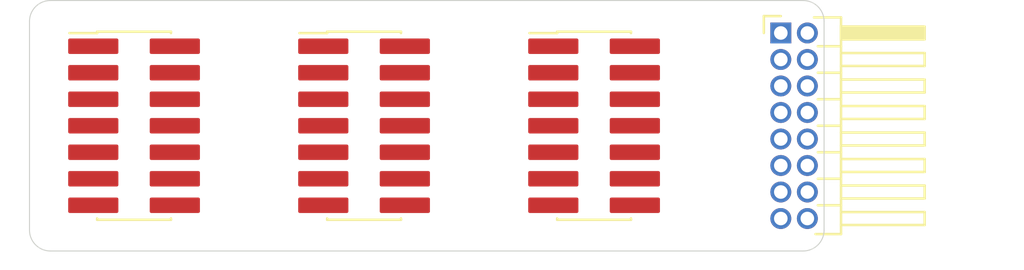
<source format=kicad_pcb>
(kicad_pcb (version 20241229) (generator "pcbnew") (generator_version "9.0")
  (layers (0 "F.Cu" signal) (2 "B.Cu" signal) (13 "F.Paste" user) (15 "B.Paste" user) (5 "F.SilkS" user "F.Silkscreen") (7 "B.SilkS" user "B.Silkscreen") (1 "F.Mask" user) (3 "B.Mask" user) (25 "Edge.Cuts" user))
  (net 0 "")
  (net 1 "GND")
  (net 3 "/~{RST}")
  (net 4 "+3V3")
  (net 10 "/CTRL.SWCLK")
  (net 12 "/CTRL.SWDIO")
  (net 13 "/KNOB.SWCLK")
  (net 15 "/KNOB.SWDIO")
  (net 19 "/KNOB.RX")
  (net 22 "/KEYS.SWDIO")
  (net 26 "/KEYS.SWCLK")
  (net 28 "/KEYS.RX")
  (net 31 "VBUS")
  (footprint "Connector_PinHeader_1.27mm:PinHeader_2x08_P1.27mm_Horizontal" (layer "F.Cu") (at 142.93 87.555)
    (property "Reference" "J501" (hide yes))
    (property "Value" "Conn_02x08_Odd_Even")
    (fp_line (start -0.81 -0.81) (end 0 -0.81) (stroke (width 0.12)) (layer "F.SilkS"))
    (fp_line (start -0.81 0) (end -0.81 -0.81) (stroke (width 0.12)) (layer "F.SilkS"))
    (fp_line (start 1.587923 -0.745) (end 2.88 -0.745) (stroke (width 0.12)) (layer "F.SilkS"))
    (fp_line (start 1.772867 0.635) (end 2.88 0.635) (stroke (width 0.12)) (layer "F.SilkS"))
    (fp_line (start 1.772867 1.905) (end 2.88 1.905) (stroke (width 0.12)) (layer "F.SilkS"))
    (fp_line (start 1.772867 3.175) (end 2.88 3.175) (stroke (width 0.12)) (layer "F.SilkS"))
    (fp_line (start 1.772867 4.445) (end 2.88 4.445) (stroke (width 0.12)) (layer "F.SilkS"))
    (fp_line (start 1.772867 5.715) (end 2.88 5.715) (stroke (width 0.12)) (layer "F.SilkS"))
    (fp_line (start 1.772867 6.985) (end 2.88 6.985) (stroke (width 0.12)) (layer "F.SilkS"))
    (fp_line (start 1.772867 8.255) (end 2.88 8.255) (stroke (width 0.12)) (layer "F.SilkS"))
    (fp_line (start 2.88 -0.745) (end 2.88 9.635) (stroke (width 0.12)) (layer "F.SilkS"))
    (fp_line (start 2.88 0.96) (end 6.88 0.96) (stroke (width 0.12)) (layer "F.SilkS"))
    (fp_line (start 2.88 2.23) (end 6.88 2.23) (stroke (width 0.12)) (layer "F.SilkS"))
    (fp_line (start 2.88 3.5) (end 6.88 3.5) (stroke (width 0.12)) (layer "F.SilkS"))
    (fp_line (start 2.88 4.77) (end 6.88 4.77) (stroke (width 0.12)) (layer "F.SilkS"))
    (fp_line (start 2.88 6.04) (end 6.88 6.04) (stroke (width 0.12)) (layer "F.SilkS"))
    (fp_line (start 2.88 7.31) (end 6.88 7.31) (stroke (width 0.12)) (layer "F.SilkS"))
    (fp_line (start 2.88 8.58) (end 6.88 8.58) (stroke (width 0.12)) (layer "F.SilkS"))
    (fp_line (start 2.88 9.635) (end 1.66 9.635) (stroke (width 0.12)) (layer "F.SilkS"))
    (fp_line (start 6.88 0.96) (end 6.88 1.58) (stroke (width 0.12)) (layer "F.SilkS"))
    (fp_line (start 6.88 1.58) (end 2.88 1.58) (stroke (width 0.12)) (layer "F.SilkS"))
    (fp_line (start 6.88 2.23) (end 6.88 2.85) (stroke (width 0.12)) (layer "F.SilkS"))
    (fp_line (start 6.88 2.85) (end 2.88 2.85) (stroke (width 0.12)) (layer "F.SilkS"))
    (fp_line (start 6.88 3.5) (end 6.88 4.12) (stroke (width 0.12)) (layer "F.SilkS"))
    (fp_line (start 6.88 4.12) (end 2.88 4.12) (stroke (width 0.12)) (layer "F.SilkS"))
    (fp_line (start 6.88 4.77) (end 6.88 5.39) (stroke (width 0.12)) (layer "F.SilkS"))
    (fp_line (start 6.88 5.39) (end 2.88 5.39) (stroke (width 0.12)) (layer "F.SilkS"))
    (fp_line (start 6.88 6.04) (end 6.88 6.66) (stroke (width 0.12)) (layer "F.SilkS"))
    (fp_line (start 6.88 6.66) (end 2.88 6.66) (stroke (width 0.12)) (layer "F.SilkS"))
    (fp_line (start 6.88 7.31) (end 6.88 7.93) (stroke (width 0.12)) (layer "F.SilkS"))
    (fp_line (start 6.88 7.93) (end 2.88 7.93) (stroke (width 0.12)) (layer "F.SilkS"))
    (fp_line (start 6.88 8.58) (end 6.88 9.2) (stroke (width 0.12)) (layer "F.SilkS"))
    (fp_line (start 6.88 9.2) (end 2.88 9.2) (stroke (width 0.12)) (layer "F.SilkS"))
    (fp_rect (start 2.88 -0.31) (end 6.88 0.31) (stroke (width 0.12)) (fill yes) (layer "F.SilkS"))
    (pad "1" thru_hole rect (at 0 0) (size 1 1) (drill 0.65) (layers "*.Cu" "*.Mask") (net 10 "/CTRL.SWCLK"))
    (pad "2" thru_hole circle (at 1.27 0) (size 1 1) (drill 0.65) (layers "*.Cu" "*.Mask") (net 12 "/CTRL.SWDIO"))
    (pad "3" thru_hole circle (at 0 1.27) (size 1 1) (drill 0.65) (layers "*.Cu" "*.Mask") (net 1 "GND"))
    (pad "4" thru_hole circle (at 1.27 1.27) (size 1 1) (drill 0.65) (layers "*.Cu" "*.Mask") (net 1 "GND"))
    (pad "5" thru_hole circle (at 0 2.54) (size 1 1) (drill 0.65) (layers "*.Cu" "*.Mask") (net 13 "/KNOB.SWCLK"))
    (pad "6" thru_hole circle (at 1.27 2.54) (size 1 1) (drill 0.65) (layers "*.Cu" "*.Mask") (net 15 "/KNOB.SWDIO"))
    (pad "7" thru_hole circle (at 0 3.81) (size 1 1) (drill 0.65) (layers "*.Cu" "*.Mask") (net 1 "GND"))
    (pad "8" thru_hole circle (at 1.27 3.81) (size 1 1) (drill 0.65) (layers "*.Cu" "*.Mask") (net 19 "/KNOB.RX"))
    (pad "9" thru_hole circle (at 0 5.08) (size 1 1) (drill 0.65) (layers "*.Cu" "*.Mask") (net 26 "/KEYS.SWCLK"))
    (pad "10" thru_hole circle (at 1.27 5.08) (size 1 1) (drill 0.65) (layers "*.Cu" "*.Mask") (net 22 "/KEYS.SWDIO"))
    (pad "11" thru_hole circle (at 0 6.35) (size 1 1) (drill 0.65) (layers "*.Cu" "*.Mask") (net 1 "GND"))
    (pad "12" thru_hole circle (at 1.27 6.35) (size 1 1) (drill 0.65) (layers "*.Cu" "*.Mask") (net 28 "/KEYS.RX"))
    (pad "13" thru_hole circle (at 0 7.62) (size 1 1) (drill 0.65) (layers "*.Cu" "*.Mask") (net 3 "/~{RST}"))
    (pad "14" thru_hole circle (at 1.27 7.62) (size 1 1) (drill 0.65) (layers "*.Cu" "*.Mask") (net 1 "GND"))
    (pad "15" thru_hole circle (at 0 8.89) (size 1 1) (drill 0.65) (layers "*.Cu" "*.Mask") (net 4 "+3V3"))
    (pad "16" thru_hole circle (at 1.27 8.89) (size 1 1) (drill 0.65) (layers "*.Cu" "*.Mask") (net 31 "VBUS"))
  )
  (footprint "project_footprints:STDC14" (layer "F.Cu") (at 112 92)
    (property "Reference" "J101" (hide yes))
    (property "Value" "Conn_ST_STDC14")
    (fp_line (start -3.09 -4.44) (end -1.765 -4.44) (stroke (width 0.12)) (layer "F.SilkS"))
    (fp_line (start -1.765 -4.505) (end -1.765 -4.44) (stroke (width 0.12)) (layer "F.SilkS"))
    (fp_line (start -1.765 -4.505) (end 1.765 -4.505) (stroke (width 0.12)) (layer "F.SilkS"))
    (fp_line (start -1.765 4.44) (end -1.765 4.505) (stroke (width 0.12)) (layer "F.SilkS"))
    (fp_line (start -1.765 4.505) (end 1.765 4.505) (stroke (width 0.12)) (layer "F.SilkS"))
    (fp_line (start 1.765 -4.505) (end 1.765 -4.44) (stroke (width 0.12)) (layer "F.SilkS"))
    (fp_line (start 1.765 4.44) (end 1.765 4.505) (stroke (width 0.12)) (layer "F.SilkS"))
    (pad "1" smd roundrect (at -1.95 -3.81) (size 2.4 0.74) (layers "F.Cu" "F.Mask" "F.Paste") (roundrect_rratio 0.1))
    (pad "2" smd roundrect (at 1.95 -3.81) (size 2.4 0.74) (layers "F.Cu" "F.Mask" "F.Paste") (roundrect_rratio 0.1))
    (pad "3" smd roundrect (at -1.95 -2.54) (size 2.4 0.74) (layers "F.Cu" "F.Mask" "F.Paste") (roundrect_rratio 0.1) (net 4 "+3V3"))
    (pad "4" smd roundrect (at 1.95 -2.54) (size 2.4 0.74) (layers "F.Cu" "F.Mask" "F.Paste") (roundrect_rratio 0.1) (net 12 "/CTRL.SWDIO"))
    (pad "5" smd roundrect (at -1.95 -1.27) (size 2.4 0.74) (layers "F.Cu" "F.Mask" "F.Paste") (roundrect_rratio 0.1) (net 1 "GND"))
    (pad "6" smd roundrect (at 1.95 -1.27) (size 2.4 0.74) (layers "F.Cu" "F.Mask" "F.Paste") (roundrect_rratio 0.1) (net 10 "/CTRL.SWCLK"))
    (pad "7" smd roundrect (at -1.95 0) (size 2.4 0.74) (layers "F.Cu" "F.Mask" "F.Paste") (roundrect_rratio 0.1) (net 1 "GND"))
    (pad "8" smd roundrect (at 1.95 0) (size 2.4 0.74) (layers "F.Cu" "F.Mask" "F.Paste") (roundrect_rratio 0.1))
    (pad "9" smd roundrect (at -1.95 1.27) (size 2.4 0.74) (layers "F.Cu" "F.Mask" "F.Paste") (roundrect_rratio 0.1))
    (pad "10" smd roundrect (at 1.95 1.27) (size 2.4 0.74) (layers "F.Cu" "F.Mask" "F.Paste") (roundrect_rratio 0.1))
    (pad "11" smd roundrect (at -1.95 2.54) (size 2.4 0.74) (layers "F.Cu" "F.Mask" "F.Paste") (roundrect_rratio 0.1) (net 1 "GND"))
    (pad "12" smd roundrect (at 1.95 2.54) (size 2.4 0.74) (layers "F.Cu" "F.Mask" "F.Paste") (roundrect_rratio 0.1) (net 3 "/~{RST}"))
    (pad "13" smd roundrect (at -1.95 3.81) (size 2.4 0.74) (layers "F.Cu" "F.Mask" "F.Paste") (roundrect_rratio 0.1))
    (pad "14" smd roundrect (at 1.95 3.81) (size 2.4 0.74) (layers "F.Cu" "F.Mask" "F.Paste") (roundrect_rratio 0.1))
  )
  (footprint "project_footprints:STDC14" (layer "F.Cu") (at 134 92)
    (property "Reference" "J103" (hide yes))
    (property "Value" "Conn_ST_STDC14")
    (fp_line (start -3.09 -4.44) (end -1.765 -4.44) (stroke (width 0.12)) (layer "F.SilkS"))
    (fp_line (start -1.765 -4.505) (end -1.765 -4.44) (stroke (width 0.12)) (layer "F.SilkS"))
    (fp_line (start -1.765 -4.505) (end 1.765 -4.505) (stroke (width 0.12)) (layer "F.SilkS"))
    (fp_line (start -1.765 4.44) (end -1.765 4.505) (stroke (width 0.12)) (layer "F.SilkS"))
    (fp_line (start -1.765 4.505) (end 1.765 4.505) (stroke (width 0.12)) (layer "F.SilkS"))
    (fp_line (start 1.765 -4.505) (end 1.765 -4.44) (stroke (width 0.12)) (layer "F.SilkS"))
    (fp_line (start 1.765 4.44) (end 1.765 4.505) (stroke (width 0.12)) (layer "F.SilkS"))
    (pad "1" smd roundrect (at -1.95 -3.81) (size 2.4 0.74) (layers "F.Cu" "F.Mask" "F.Paste") (roundrect_rratio 0.1))
    (pad "2" smd roundrect (at 1.95 -3.81) (size 2.4 0.74) (layers "F.Cu" "F.Mask" "F.Paste") (roundrect_rratio 0.1))
    (pad "3" smd roundrect (at -1.95 -2.54) (size 2.4 0.74) (layers "F.Cu" "F.Mask" "F.Paste") (roundrect_rratio 0.1) (net 4 "+3V3"))
    (pad "4" smd roundrect (at 1.95 -2.54) (size 2.4 0.74) (layers "F.Cu" "F.Mask" "F.Paste") (roundrect_rratio 0.1) (net 22 "/KEYS.SWDIO"))
    (pad "5" smd roundrect (at -1.95 -1.27) (size 2.4 0.74) (layers "F.Cu" "F.Mask" "F.Paste") (roundrect_rratio 0.1) (net 1 "GND"))
    (pad "6" smd roundrect (at 1.95 -1.27) (size 2.4 0.74) (layers "F.Cu" "F.Mask" "F.Paste") (roundrect_rratio 0.1) (net 26 "/KEYS.SWCLK"))
    (pad "7" smd roundrect (at -1.95 0) (size 2.4 0.74) (layers "F.Cu" "F.Mask" "F.Paste") (roundrect_rratio 0.1) (net 1 "GND"))
    (pad "8" smd roundrect (at 1.95 0) (size 2.4 0.74) (layers "F.Cu" "F.Mask" "F.Paste") (roundrect_rratio 0.1))
    (pad "9" smd roundrect (at -1.95 1.27) (size 2.4 0.74) (layers "F.Cu" "F.Mask" "F.Paste") (roundrect_rratio 0.1))
    (pad "10" smd roundrect (at 1.95 1.27) (size 2.4 0.74) (layers "F.Cu" "F.Mask" "F.Paste") (roundrect_rratio 0.1))
    (pad "11" smd roundrect (at -1.95 2.54) (size 2.4 0.74) (layers "F.Cu" "F.Mask" "F.Paste") (roundrect_rratio 0.1) (net 1 "GND"))
    (pad "12" smd roundrect (at 1.95 2.54) (size 2.4 0.74) (layers "F.Cu" "F.Mask" "F.Paste") (roundrect_rratio 0.1) (net 3 "/~{RST}"))
    (pad "13" smd roundrect (at -1.95 3.81) (size 2.4 0.74) (layers "F.Cu" "F.Mask" "F.Paste") (roundrect_rratio 0.1) (net 28 "/KEYS.RX"))
    (pad "14" smd roundrect (at 1.95 3.81) (size 2.4 0.74) (layers "F.Cu" "F.Mask" "F.Paste") (roundrect_rratio 0.1))
  )
  (footprint "project_footprints:STDC14" (layer "F.Cu") (at 123 92)
    (property "Reference" "J102" (hide yes))
    (property "Value" "Conn_ST_STDC14")
    (fp_line (start -3.09 -4.44) (end -1.765 -4.44) (stroke (width 0.12)) (layer "F.SilkS"))
    (fp_line (start -1.765 -4.505) (end -1.765 -4.44) (stroke (width 0.12)) (layer "F.SilkS"))
    (fp_line (start -1.765 -4.505) (end 1.765 -4.505) (stroke (width 0.12)) (layer "F.SilkS"))
    (fp_line (start -1.765 4.44) (end -1.765 4.505) (stroke (width 0.12)) (layer "F.SilkS"))
    (fp_line (start -1.765 4.505) (end 1.765 4.505) (stroke (width 0.12)) (layer "F.SilkS"))
    (fp_line (start 1.765 -4.505) (end 1.765 -4.44) (stroke (width 0.12)) (layer "F.SilkS"))
    (fp_line (start 1.765 4.44) (end 1.765 4.505) (stroke (width 0.12)) (layer "F.SilkS"))
    (pad "1" smd roundrect (at -1.95 -3.81) (size 2.4 0.74) (layers "F.Cu" "F.Mask" "F.Paste") (roundrect_rratio 0.1))
    (pad "2" smd roundrect (at 1.95 -3.81) (size 2.4 0.74) (layers "F.Cu" "F.Mask" "F.Paste") (roundrect_rratio 0.1))
    (pad "3" smd roundrect (at -1.95 -2.54) (size 2.4 0.74) (layers "F.Cu" "F.Mask" "F.Paste") (roundrect_rratio 0.1) (net 4 "+3V3"))
    (pad "4" smd roundrect (at 1.95 -2.54) (size 2.4 0.74) (layers "F.Cu" "F.Mask" "F.Paste") (roundrect_rratio 0.1) (net 15 "/KNOB.SWDIO"))
    (pad "5" smd roundrect (at -1.95 -1.27) (size 2.4 0.74) (layers "F.Cu" "F.Mask" "F.Paste") (roundrect_rratio 0.1) (net 1 "GND"))
    (pad "6" smd roundrect (at 1.95 -1.27) (size 2.4 0.74) (layers "F.Cu" "F.Mask" "F.Paste") (roundrect_rratio 0.1) (net 13 "/KNOB.SWCLK"))
    (pad "7" smd roundrect (at -1.95 0) (size 2.4 0.74) (layers "F.Cu" "F.Mask" "F.Paste") (roundrect_rratio 0.1) (net 1 "GND"))
    (pad "8" smd roundrect (at 1.95 0) (size 2.4 0.74) (layers "F.Cu" "F.Mask" "F.Paste") (roundrect_rratio 0.1))
    (pad "9" smd roundrect (at -1.95 1.27) (size 2.4 0.74) (layers "F.Cu" "F.Mask" "F.Paste") (roundrect_rratio 0.1))
    (pad "10" smd roundrect (at 1.95 1.27) (size 2.4 0.74) (layers "F.Cu" "F.Mask" "F.Paste") (roundrect_rratio 0.1))
    (pad "11" smd roundrect (at -1.95 2.54) (size 2.4 0.74) (layers "F.Cu" "F.Mask" "F.Paste") (roundrect_rratio 0.1) (net 1 "GND"))
    (pad "12" smd roundrect (at 1.95 2.54) (size 2.4 0.74) (layers "F.Cu" "F.Mask" "F.Paste") (roundrect_rratio 0.1) (net 3 "/~{RST}"))
    (pad "13" smd roundrect (at -1.95 3.81) (size 2.4 0.74) (layers "F.Cu" "F.Mask" "F.Paste") (roundrect_rratio 0.1) (net 19 "/KNOB.RX"))
    (pad "14" smd roundrect (at 1.95 3.81) (size 2.4 0.74) (layers "F.Cu" "F.Mask" "F.Paste") (roundrect_rratio 0.1))
  )
  (gr_line (start 144 98) (end 108 98) (stroke (width 0.05)) (layer "Edge.Cuts"))
  (gr_arc (start 108 98) (mid 107.292893 97.707107) (end 107 97) (stroke (width 0.05)) (layer "Edge.Cuts"))
  (gr_arc (start 107 87) (mid 107.292893 86.292893) (end 108 86) (stroke (width 0.05)) (layer "Edge.Cuts"))
  (gr_line (start 107 97) (end 107 87) (stroke (width 0.05)) (layer "Edge.Cuts"))
  (gr_arc (start 145 97) (mid 144.707107 97.707107) (end 144 98) (stroke (width 0.05)) (layer "Edge.Cuts"))
  (gr_line (start 108 86) (end 144 86) (stroke (width 0.05)) (layer "Edge.Cuts"))
  (gr_line (start 145 87) (end 145 97) (stroke (width 0.05)) (layer "Edge.Cuts"))
  (gr_arc (start 144 86) (mid 144.707107 86.292893) (end 145 87) (stroke (width 0.05)) (layer "Edge.Cuts"))
)
</source>
